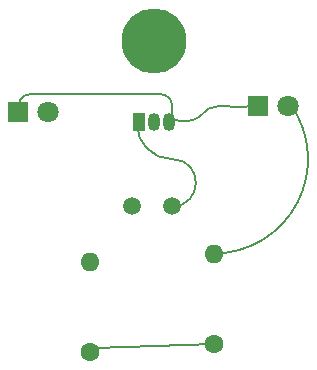
<source format=gbr>
%TF.GenerationSoftware,KiCad,Pcbnew,8.0.8*%
%TF.CreationDate,2025-06-12T02:03:35+01:00*%
%TF.ProjectId,AutoDiming_Keychain,4175746f-4469-46d6-996e-675f4b657963,rev?*%
%TF.SameCoordinates,Original*%
%TF.FileFunction,Copper,L2,Bot*%
%TF.FilePolarity,Positive*%
%FSLAX46Y46*%
G04 Gerber Fmt 4.6, Leading zero omitted, Abs format (unit mm)*
G04 Created by KiCad (PCBNEW 8.0.8) date 2025-06-12 02:03:35*
%MOMM*%
%LPD*%
G01*
G04 APERTURE LIST*
%TA.AperFunction,Conductor*%
%ADD10C,0.200000*%
%TD*%
%TA.AperFunction,ComponentPad*%
%ADD11C,1.500000*%
%TD*%
%TA.AperFunction,ComponentPad*%
%ADD12R,1.800000X1.800000*%
%TD*%
%TA.AperFunction,ComponentPad*%
%ADD13C,1.800000*%
%TD*%
%TA.AperFunction,ComponentPad*%
%ADD14C,1.600000*%
%TD*%
%TA.AperFunction,ComponentPad*%
%ADD15O,1.600000X1.600000*%
%TD*%
%TA.AperFunction,ComponentPad*%
%ADD16R,1.050000X1.500000*%
%TD*%
%TA.AperFunction,ComponentPad*%
%ADD17O,1.050000X1.500000*%
%TD*%
%TA.AperFunction,ViaPad*%
%ADD18C,5.500000*%
%TD*%
G04 APERTURE END LIST*
D10*
%TO.N,/GND*%
X51000000Y-46000000D02*
G75*
G02*
X51000000Y-50000000I0J-2000000D01*
G01*
%TO.N,Net-(D1-K)*%
X56892564Y-41623974D02*
X55000000Y-41500000D01*
X38105573Y-41947214D02*
G75*
G02*
X39000000Y-40500000I894427J447214D01*
G01*
%TO.N,/VCC*%
X44500000Y-62000000D02*
X54500000Y-61620000D01*
%TO.N,Net-(D1-K)*%
X53335899Y-42390600D02*
G75*
G02*
X55000000Y-41500000I1664101J-1109400D01*
G01*
X51000000Y-43000000D02*
X51000000Y-41500000D01*
%TO.N,Net-(D1-A)*%
X61077538Y-41446320D02*
G75*
G02*
X54500000Y-54000000I-6577538J-4553680D01*
G01*
%TO.N,/GND*%
X51000000Y-46000000D02*
G75*
G02*
X48000000Y-43000000I0J3000000D01*
G01*
%TO.N,Net-(D1-K)*%
X56892564Y-41623974D02*
G75*
G02*
X58500000Y-41500001I1107436J-3876026D01*
G01*
X50000000Y-40500000D02*
X39000000Y-40500000D01*
X53335898Y-42390599D02*
G75*
G02*
X51140249Y-42649376I-1335898J1890599D01*
G01*
X50000000Y-40500000D02*
G75*
G02*
X51000000Y-41500000I0J-1000000D01*
G01*
%TD*%
D11*
%TO.P,R5,1*%
%TO.N,/LED Control*%
X47600000Y-50000000D03*
%TO.P,R5,2*%
%TO.N,/GND*%
X51000000Y-50000000D03*
%TD*%
D12*
%TO.P,D2,1,K*%
%TO.N,Net-(D1-K)*%
X58225000Y-41500000D03*
D13*
%TO.P,D2,2,A*%
%TO.N,Net-(D1-A)*%
X60765000Y-41500000D03*
%TD*%
D14*
%TO.P,R2,1*%
%TO.N,/VCC*%
X54500000Y-61620000D03*
D15*
%TO.P,R2,2*%
%TO.N,Net-(D1-A)*%
X54500000Y-54000000D03*
%TD*%
D16*
%TO.P,Q1,1,E*%
%TO.N,/GND*%
X48230000Y-42860000D03*
D17*
%TO.P,Q1,2,B*%
%TO.N,/LED Control*%
X49500000Y-42860000D03*
%TO.P,Q1,3,C*%
%TO.N,Net-(D1-K)*%
X50770000Y-42860000D03*
%TD*%
D12*
%TO.P,D1,1,K*%
%TO.N,Net-(D1-K)*%
X37960000Y-42000000D03*
D13*
%TO.P,D1,2,A*%
%TO.N,Net-(D1-A)*%
X40500000Y-42000000D03*
%TD*%
D14*
%TO.P,R1,1*%
%TO.N,/VCC*%
X44000000Y-62310000D03*
D15*
%TO.P,R1,2*%
%TO.N,/LED Control*%
X44000000Y-54690000D03*
%TD*%
D18*
%TO.N,Net-(D1-K)*%
X49500000Y-36000000D03*
%TD*%
M02*

</source>
